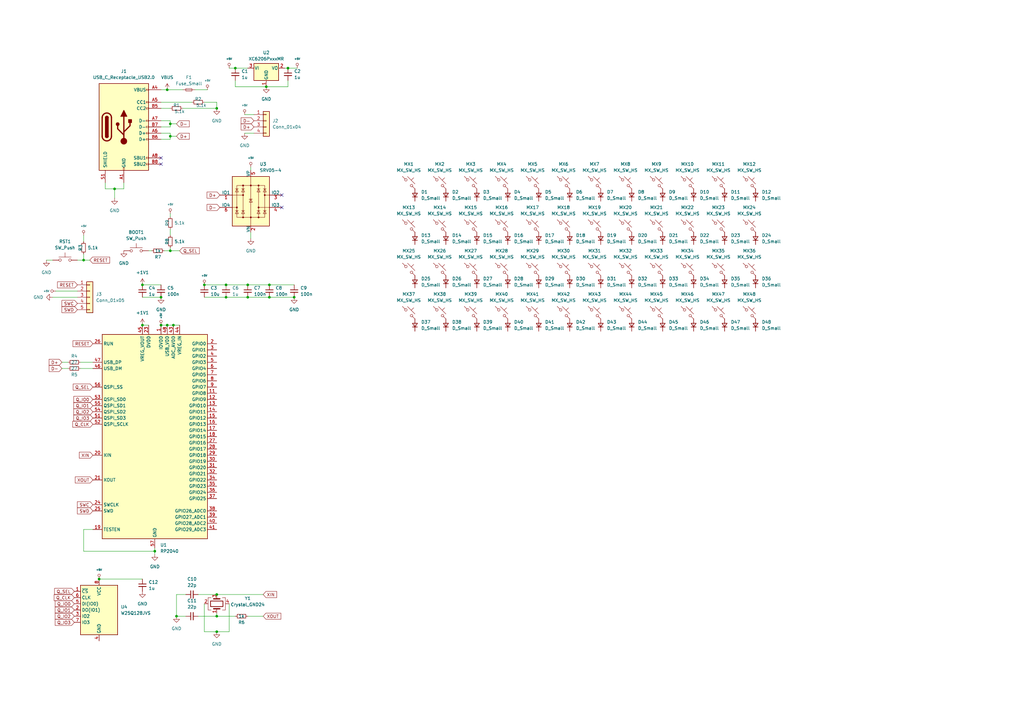
<source format=kicad_sch>
(kicad_sch (version 20230121) (generator eeschema)
  (paper "A3")
  (junction (at 88.9 259.08))
  (junction (at 88.9 243.84))
  (junction (at 68.58 133.35))
  (junction (at 68.58 36.83))
  (junction (at 109.22 35.56))
  (junction (at 96.52 27.94))
  (junction (at 71.12 133.35))
  (junction (at 88.9 44.45))
  (junction (at 40.64 237.49))
  (junction (at 83.82 116.84))
  (junction (at 69.85 50.8))
  (junction (at 110.49 121.92))
  (junction (at 63.5 226.06))
  (junction (at 92.71 116.84))
  (junction (at 58.42 116.84))
  (junction (at 34.29 106.68))
  (junction (at 69.85 102.87))
  (junction (at 110.49 116.84))
  (junction (at 101.6 116.84))
  (junction (at 66.04 121.92))
  (junction (at 58.42 133.35))
  (junction (at 120.65 121.92))
  (junction (at 72.39 252.73))
  (junction (at 118.11 27.94))
  (junction (at 101.6 121.92))
  (junction (at 88.9 252.73))
  (junction (at 92.71 121.92))
  (junction (at 69.85 55.88))
  (junction (at 66.04 133.35))
  (junction (at 46.99 77.47))
  (no_connect (at 66.04 67.31))
  (no_connect (at 66.04 64.77))
  (no_connect (at 115.57 85.09))
  (no_connect (at 115.57 80.01))
  (wire (pts (xy 100.33 54.61) (xy 104.14 54.61)))
  (wire (pts (xy 34.29 217.17) (xy 34.29 226.06)))
  (wire (pts (xy 68.58 133.35) (xy 71.12 133.35)))
  (wire (pts (xy 58.42 133.35) (xy 60.96 133.35)))
  (wire (pts (xy 80.01 36.83) (xy 85.09 36.83)))
  (wire (pts (xy 69.85 57.15) (xy 66.04 57.15)))
  (wire (pts (xy 88.9 44.45) (xy 88.9 41.91)))
  (wire (pts (xy 33.02 151.13) (xy 38.1 151.13)))
  (wire (pts (xy 72.39 50.8) (xy 69.85 50.8)))
  (wire (pts (xy 101.6 121.92) (xy 110.49 121.92)))
  (wire (pts (xy 69.85 87.63) (xy 69.85 88.9)))
  (wire (pts (xy 66.04 36.83) (xy 68.58 36.83)))
  (wire (pts (xy 73.66 102.87) (xy 69.85 102.87)))
  (wire (pts (xy 101.6 116.84) (xy 110.49 116.84)))
  (wire (pts (xy 46.99 81.28) (xy 46.99 77.47)))
  (wire (pts (xy 22.86 119.38) (xy 31.75 119.38)))
  (wire (pts (xy 25.4 148.59) (xy 27.94 148.59)))
  (wire (pts (xy 118.11 33.02) (xy 118.11 35.56)))
  (wire (pts (xy 46.99 77.47) (xy 50.8 77.47)))
  (wire (pts (xy 21.59 121.92) (xy 31.75 121.92)))
  (wire (pts (xy 43.18 74.93) (xy 43.18 77.47)))
  (wire (pts (xy 69.85 55.88) (xy 69.85 57.15)))
  (wire (pts (xy 74.93 44.45) (xy 88.9 44.45)))
  (wire (pts (xy 93.98 27.94) (xy 96.52 27.94)))
  (wire (pts (xy 76.2 243.84) (xy 72.39 243.84)))
  (wire (pts (xy 72.39 252.73) (xy 76.2 252.73)))
  (wire (pts (xy 118.11 27.94) (xy 121.92 27.94)))
  (wire (pts (xy 58.42 121.92) (xy 66.04 121.92)))
  (wire (pts (xy 83.82 121.92) (xy 92.71 121.92)))
  (wire (pts (xy 83.82 259.08) (xy 88.9 259.08)))
  (wire (pts (xy 63.5 226.06) (xy 63.5 224.79)))
  (wire (pts (xy 102.87 97.79) (xy 102.87 95.25)))
  (wire (pts (xy 50.8 77.47) (xy 50.8 74.93)))
  (wire (pts (xy 69.85 50.8) (xy 69.85 52.07)))
  (wire (pts (xy 36.83 106.68) (xy 34.29 106.68)))
  (wire (pts (xy 83.82 247.65) (xy 83.82 259.08)))
  (wire (pts (xy 40.64 237.49) (xy 58.42 237.49)))
  (wire (pts (xy 66.04 133.35) (xy 68.58 133.35)))
  (wire (pts (xy 34.29 104.14) (xy 34.29 106.68)))
  (wire (pts (xy 66.04 52.07) (xy 69.85 52.07)))
  (wire (pts (xy 68.58 36.83) (xy 74.93 36.83)))
  (wire (pts (xy 34.29 96.52) (xy 34.29 99.06)))
  (wire (pts (xy 19.05 106.68) (xy 21.59 106.68)))
  (wire (pts (xy 69.85 55.88) (xy 69.85 54.61)))
  (wire (pts (xy 118.11 35.56) (xy 109.22 35.56)))
  (wire (pts (xy 92.71 121.92) (xy 101.6 121.92)))
  (wire (pts (xy 88.9 252.73) (xy 96.52 252.73)))
  (wire (pts (xy 38.1 217.17) (xy 34.29 217.17)))
  (wire (pts (xy 33.02 148.59) (xy 38.1 148.59)))
  (wire (pts (xy 110.49 121.92) (xy 120.65 121.92)))
  (wire (pts (xy 88.9 251.46) (xy 88.9 252.73)))
  (wire (pts (xy 72.39 243.84) (xy 72.39 252.73)))
  (wire (pts (xy 25.4 151.13) (xy 27.94 151.13)))
  (wire (pts (xy 96.52 35.56) (xy 109.22 35.56)))
  (wire (pts (xy 72.39 55.88) (xy 69.85 55.88)))
  (wire (pts (xy 69.85 49.53) (xy 69.85 50.8)))
  (wire (pts (xy 71.12 133.35) (xy 73.66 133.35)))
  (wire (pts (xy 43.18 77.47) (xy 46.99 77.47)))
  (wire (pts (xy 96.52 33.02) (xy 96.52 35.56)))
  (wire (pts (xy 110.49 116.84) (xy 120.65 116.84)))
  (wire (pts (xy 116.84 27.94) (xy 118.11 27.94)))
  (wire (pts (xy 101.6 252.73) (xy 107.95 252.73)))
  (wire (pts (xy 69.85 101.6) (xy 69.85 102.87)))
  (wire (pts (xy 66.04 49.53) (xy 69.85 49.53)))
  (wire (pts (xy 83.82 116.84) (xy 92.71 116.84)))
  (wire (pts (xy 88.9 243.84) (xy 107.95 243.84)))
  (wire (pts (xy 93.98 259.08) (xy 93.98 247.65)))
  (wire (pts (xy 66.04 44.45) (xy 69.85 44.45)))
  (wire (pts (xy 83.82 41.91) (xy 88.9 41.91)))
  (wire (pts (xy 69.85 93.98) (xy 69.85 96.52)))
  (wire (pts (xy 34.29 106.68) (xy 31.75 106.68)))
  (wire (pts (xy 92.71 116.84) (xy 101.6 116.84)))
  (wire (pts (xy 58.42 116.84) (xy 66.04 116.84)))
  (wire (pts (xy 69.85 102.87) (xy 67.31 102.87)))
  (wire (pts (xy 96.52 27.94) (xy 101.6 27.94)))
  (wire (pts (xy 66.04 41.91) (xy 78.74 41.91)))
  (wire (pts (xy 81.28 252.73) (xy 88.9 252.73)))
  (wire (pts (xy 62.23 102.87) (xy 60.96 102.87)))
  (wire (pts (xy 102.87 68.58) (xy 102.87 69.85)))
  (wire (pts (xy 88.9 259.08) (xy 93.98 259.08)))
  (wire (pts (xy 63.5 227.33) (xy 63.5 226.06)))
  (wire (pts (xy 66.04 54.61) (xy 69.85 54.61)))
  (wire (pts (xy 34.29 226.06) (xy 63.5 226.06)))
  (wire (pts (xy 100.33 46.99) (xy 104.14 46.99)))
  (wire (pts (xy 81.28 243.84) (xy 88.9 243.84)))
  (global_label "Q_IO1" (shape input) (at 30.48 250.19 180) (property "Intersheetrefs" "${INTERSHEET_REFS}" (effects hide)))
  (global_label "D+" (shape input) (at 72.39 55.88 0) (property "Intersheetrefs" "${INTERSHEET_REFS}" (effects hide)))
  (global_label "Q_CLK" (shape input) (at 30.48 245.11 180) (property "Intersheetrefs" "${INTERSHEET_REFS}" (effects hide)))
  (global_label "Q_SEL" (shape input) (at 38.1 158.75 180) (property "Intersheetrefs" "${INTERSHEET_REFS}" (effects hide)))
  (global_label "Q_IO2" (shape input) (at 30.48 252.73 180) (property "Intersheetrefs" "${INTERSHEET_REFS}" (effects hide)))
  (global_label "D-" (shape input) (at 72.39 50.8 0) (property "Intersheetrefs" "${INTERSHEET_REFS}" (effects hide)))
  (global_label "Q_SEL" (shape input) (at 30.48 242.57 180) (property "Intersheetrefs" "${INTERSHEET_REFS}" (effects hide)))
  (global_label "Q_IO2" (shape input) (at 38.1 168.91 180) (property "Intersheetrefs" "${INTERSHEET_REFS}" (effects hide)))
  (global_label "D-" (shape input) (at 104.14 49.53 180) (property "Intersheetrefs" "${INTERSHEET_REFS}" (effects hide)))
  (global_label "XIN" (shape input) (at 38.1 186.69 180) (property "Intersheetrefs" "${INTERSHEET_REFS}" (effects hide)))
  (global_label "XOUT" (shape input) (at 38.1 196.85 180) (property "Intersheetrefs" "${INTERSHEET_REFS}" (effects hide)))
  (global_label "SWC" (shape input) (at 38.1 207.01 180) (property "Intersheetrefs" "${INTERSHEET_REFS}" (effects hide)))
  (global_label "Q_IO1" (shape input) (at 38.1 166.37 180) (property "Intersheetrefs" "${INTERSHEET_REFS}" (effects hide)))
  (global_label "D-" (shape input) (at 90.17 85.09 180) (property "Intersheetrefs" "${INTERSHEET_REFS}" (effects hide)))
  (global_label "Q_IO0" (shape input) (at 30.48 247.65 180) (property "Intersheetrefs" "${INTERSHEET_REFS}" (effects hide)))
  (global_label "RESET" (shape input) (at 36.83 106.68 0) (property "Intersheetrefs" "${INTERSHEET_REFS}" (effects hide)))
  (global_label "Q_IO3" (shape input) (at 38.1 171.45 180) (property "Intersheetrefs" "${INTERSHEET_REFS}" (effects hide)))
  (global_label "RESET" (shape input) (at 38.1 140.97 180) (property "Intersheetrefs" "${INTERSHEET_REFS}" (effects hide)))
  (global_label "XOUT" (shape input) (at 107.95 252.73 0) (property "Intersheetrefs" "${INTERSHEET_REFS}" (effects hide)))
  (global_label "SWC" (shape input) (at 31.75 124.46 180) (property "Intersheetrefs" "${INTERSHEET_REFS}" (effects hide)))
  (global_label "D+" (shape input) (at 104.14 52.07 180) (property "Intersheetrefs" "${INTERSHEET_REFS}" (effects hide)))
  (global_label "Q_IO0" (shape input) (at 38.1 163.83 180) (property "Intersheetrefs" "${INTERSHEET_REFS}" (effects hide)))
  (global_label "D-" (shape input) (at 25.4 151.13 180) (property "Intersheetrefs" "${INTERSHEET_REFS}" (effects hide)))
  (global_label "SWD" (shape input) (at 31.75 127 180) (property "Intersheetrefs" "${INTERSHEET_REFS}" (effects hide)))
  (global_label "XIN" (shape input) (at 107.95 243.84 0) (property "Intersheetrefs" "${INTERSHEET_REFS}" (effects hide)))
  (global_label "RESET" (shape input) (at 31.75 116.84 180) (property "Intersheetrefs" "${INTERSHEET_REFS}" (effects hide)))
  (global_label "Q_CLK" (shape input) (at 38.1 173.99 180) (property "Intersheetrefs" "${INTERSHEET_REFS}" (effects hide)))
  (global_label "Q_SEL" (shape input) (at 73.66 102.87 0) (property "Intersheetrefs" "${INTERSHEET_REFS}" (effects hide)))
  (global_label "D+" (shape input) (at 90.17 80.01 180) (property "Intersheetrefs" "${INTERSHEET_REFS}" (effects hide)))
  (global_label "D+" (shape input) (at 25.4 148.59 180) (property "Intersheetrefs" "${INTERSHEET_REFS}" (effects hide)))
  (global_label "SWD" (shape input) (at 38.1 209.55 180) (property "Intersheetrefs" "${INTERSHEET_REFS}" (effects hide)))
  (global_label "Q_IO3" (shape input) (at 30.48 255.27 180) (property "Intersheetrefs" "${INTERSHEET_REFS}" (effects hide)))
  (symbol (lib_id "Device:D_Small") (at 220.98 80.01 90) (unit 1)
    (property "Reference" "D5" (at 223.52 78.74 90) (effects (justify right)))
    (property "Value" "D_Small" (at 223.52 81.28 90) (effects (justify right)))
    (property "Footprint" "Diode_SMD:D_SOD-123" (effects hide))
    (property "Sim.Device" "D" (effects hide))
    (property "Sim.Pins" "1=K 2=A" (effects hide))
  )
  (symbol (lib_id "Device:D_Small") (at 170.18 97.79 90) (unit 1)
    (property "Reference" "D13" (at 172.72 96.52 90) (effects (justify right)))
    (property "Value" "D_Small" (at 172.72 99.06 90) (effects (justify right)))
    (property "Footprint" "Diode_SMD:D_SOD-123" (effects hide))
    (property "Sim.Device" "D" (effects hide))
    (property "Sim.Pins" "1=K 2=A" (effects hide))
  )
  (symbol (lib_id "PCM_marbastlib-mx:MX_SW_HS") (at 243.84 110.49 0) (unit 1)
    (property "Reference" "MX31" (at 243.84 102.87 0))
    (property "Value" "MX_SW_HS" (at 243.84 105.41 0))
    (property "Footprint" "PCM_marbastlib-mx:SW_MX_HS_1u" (effects hide))
  )
  (symbol (lib_id "Device:C_Small") (at 101.6 119.38 0) (unit 1)
    (property "Reference" "C7" (at 104.14 118.1163 0) (effects (justify left)))
    (property "Value" "100n" (at 104.14 120.6563 0) (effects (justify left)))
    (property "Footprint" "Capacitor_SMD:C_0402_1005Metric" (effects hide))
  )
  (symbol (lib_id "Device:C_Small") (at 96.52 30.48 0) (unit 1)
    (property "Reference" "C1" (at 99.06 29.2163 0) (effects (justify left)))
    (property "Value" "1u" (at 99.06 31.7563 0) (effects (justify left)))
    (property "Footprint" "Capacitor_SMD:C_0402_1005Metric" (effects hide))
  )
  (symbol (lib_id "Device:C_Small") (at 58.42 240.03 0) (unit 1)
    (property "Reference" "C12" (at 60.96 238.7663 0) (effects (justify left)))
    (property "Value" "1u" (at 60.96 241.3063 0) (effects (justify left)))
    (property "Footprint" "Capacitor_SMD:C_0402_1005Metric" (effects hide))
  )
  (symbol (lib_id "power:GND") (at 63.5 227.33 0) (unit 1)
    (property "Reference" "#PWR020" (effects hide))
    (property "Value" "GND" (at 63.5 232.41 0))
  )
  (symbol (lib_id "Device:D_Small") (at 220.98 115.57 90) (unit 1)
    (property "Reference" "D29" (at 223.52 114.3 90) (effects (justify right)))
    (property "Value" "D_Small" (at 223.52 116.84 90) (effects (justify right)))
    (property "Footprint" "Diode_SMD:D_SOD-123" (effects hide))
    (property "Sim.Device" "D" (effects hide))
    (property "Sim.Pins" "1=K 2=A" (effects hide))
  )
  (symbol (lib_id "Device:D_Small") (at 208.28 133.35 90) (unit 1)
    (property "Reference" "D40" (at 210.82 132.08 90) (effects (justify right)))
    (property "Value" "D_Small" (at 210.82 134.62 90) (effects (justify right)))
    (property "Footprint" "Diode_SMD:D_SOD-123" (effects hide))
    (property "Sim.Device" "D" (effects hide))
    (property "Sim.Pins" "1=K 2=A" (effects hide))
  )
  (symbol (lib_id "PCM_marbastlib-mx:MX_SW_HS") (at 269.24 128.27 0) (unit 1)
    (property "Reference" "MX45" (at 269.24 120.65 0))
    (property "Value" "MX_SW_HS" (at 269.24 123.19 0))
    (property "Footprint" "PCM_marbastlib-mx:SW_MX_HS_1u" (effects hide))
  )
  (symbol (lib_id "keyboard_parts:+3V3") (at 34.29 96.52 0) (unit 1)
    (property "Reference" "#PWR018" (effects hide))
    (property "Value" "+3V3" (at 34.29 92.71 0) (effects (font (size 0.762 0.762))))
  )
  (symbol (lib_id "PCM_marbastlib-mx:MX_SW_HS") (at 307.34 92.71 0) (unit 1)
    (property "Reference" "MX24" (at 307.34 85.09 0))
    (property "Value" "MX_SW_HS" (at 307.34 87.63 0))
    (property "Footprint" "PCM_marbastlib-mx:SW_MX_HS_1u" (effects hide))
  )
  (symbol (lib_id "Device:D_Small") (at 309.88 115.57 90) (unit 1)
    (property "Reference" "D36" (at 312.42 114.3 90) (effects (justify right)))
    (property "Value" "D_Small" (at 312.42 116.84 90) (effects (justify right)))
    (property "Footprint" "Diode_SMD:D_SOD-123" (effects hide))
    (property "Sim.Device" "D" (effects hide))
    (property "Sim.Pins" "1=K 2=A" (effects hide))
  )
  (symbol (lib_id "keyboard_parts:+5V") (at 93.98 27.94 0) (unit 1)
    (property "Reference" "#PWR04" (effects hide))
    (property "Value" "+5V" (at 93.98 24.13 0) (effects (font (size 0.762 0.762))))
  )
  (symbol (lib_id "Memory_Flash:W25Q128JVS") (at 40.64 250.19 0) (unit 1)
    (property "Reference" "U4" (at 49.53 248.92 0) (effects (justify left)))
    (property "Value" "W25Q128JVS" (at 49.53 251.46 0) (effects (justify left)))
    (property "Footprint" "Package_SO:SOIC-8_5.23x5.23mm_P1.27mm" (effects hide))
    (property "Datasheet" "http://www.winbond.com/resource-files/w25q128jv_dtr%20revc%2003272018%20plus.pdf" (effects hide))
  )
  (symbol (lib_id "Device:D_Small") (at 271.78 97.79 90) (unit 1)
    (property "Reference" "D21" (at 274.32 96.52 90) (effects (justify right)))
    (property "Value" "D_Small" (at 274.32 99.06 90) (effects (justify right)))
    (property "Footprint" "Diode_SMD:D_SOD-123" (effects hide))
    (property "Sim.Device" "D" (effects hide))
    (property "Sim.Pins" "1=K 2=A" (effects hide))
  )
  (symbol (lib_id "Device:D_Small") (at 271.78 115.57 90) (unit 1)
    (property "Reference" "D33" (at 274.32 114.3 90) (effects (justify right)))
    (property "Value" "D_Small" (at 274.32 116.84 90) (effects (justify right)))
    (property "Footprint" "Diode_SMD:D_SOD-123" (effects hide))
    (property "Sim.Device" "D" (effects hide))
    (property "Sim.Pins" "1=K 2=A" (effects hide))
  )
  (symbol (lib_id "PCM_marbastlib-mx:MX_SW_HS") (at 231.14 110.49 0) (unit 1)
    (property "Reference" "MX30" (at 231.14 102.87 0))
    (property "Value" "MX_SW_HS" (at 231.14 105.41 0))
    (property "Footprint" "PCM_marbastlib-mx:SW_MX_HS_1u" (effects hide))
  )
  (symbol (lib_id "Device:D_Small") (at 259.08 80.01 90) (unit 1)
    (property "Reference" "D8" (at 261.62 78.74 90) (effects (justify right)))
    (property "Value" "D_Small" (at 261.62 81.28 90) (effects (justify right)))
    (property "Footprint" "Diode_SMD:D_SOD-123" (effects hide))
    (property "Sim.Device" "D" (effects hide))
    (property "Sim.Pins" "1=K 2=A" (effects hide))
  )
  (symbol (lib_id "Device:C_Small") (at 92.71 119.38 0) (unit 1)
    (property "Reference" "C6" (at 95.25 118.1163 0) (effects (justify left)))
    (property "Value" "1u" (at 95.25 120.6563 0) (effects (justify left)))
    (property "Footprint" "Capacitor_SMD:C_0402_1005Metric" (effects hide))
  )
  (symbol (lib_id "PCM_marbastlib-mx:MX_SW_HS") (at 281.94 110.49 0) (unit 1)
    (property "Reference" "MX34" (at 281.94 102.87 0))
    (property "Value" "MX_SW_HS" (at 281.94 105.41 0))
    (property "Footprint" "PCM_marbastlib-mx:SW_MX_HS_1u" (effects hide))
  )
  (symbol (lib_id "Device:R_Small") (at 69.85 91.44 180) (unit 1)
    (property "Reference" "R9" (at 68.58 91.44 90))
    (property "Value" "5.1k" (at 73.66 91.44 0))
    (property "Footprint" "Resistor_SMD:R_0402_1005Metric" (effects hide))
  )
  (symbol (lib_id "Device:C_Small") (at 118.11 30.48 0) (unit 1)
    (property "Reference" "C2" (at 120.65 29.2163 0) (effects (justify left)))
    (property "Value" "1u" (at 120.65 31.7563 0) (effects (justify left)))
    (property "Footprint" "Capacitor_SMD:C_0402_1005Metric" (effects hide))
  )
  (symbol (lib_id "Device:D_Small") (at 220.98 133.35 90) (unit 1)
    (property "Reference" "D41" (at 223.52 132.08 90) (effects (justify right)))
    (property "Value" "D_Small" (at 223.52 134.62 90) (effects (justify right)))
    (property "Footprint" "Diode_SMD:D_SOD-123" (effects hide))
    (property "Sim.Device" "D" (effects hide))
    (property "Sim.Pins" "1=K 2=A" (effects hide))
  )
  (symbol (lib_id "PCM_marbastlib-mx:MX_SW_HS") (at 269.24 74.93 0) (unit 1)
    (property "Reference" "MX9" (at 269.24 67.31 0))
    (property "Value" "MX_SW_HS" (at 269.24 69.85 0))
    (property "Footprint" "PCM_marbastlib-mx:SW_MX_HS_1u" (effects hide))
  )
  (symbol (lib_id "Device:R_Small") (at 34.29 101.6 180) (unit 1)
    (property "Reference" "R3" (at 33.02 101.6 90))
    (property "Value" "5.1k" (at 38.1 101.6 0))
    (property "Footprint" "Resistor_SMD:R_0402_1005Metric" (effects hide))
  )
  (symbol (lib_id "power:GND") (at 46.99 81.28 0) (unit 1)
    (property "Reference" "#PWR08" (effects hide))
    (property "Value" "GND" (at 46.99 86.36 0))
  )
  (symbol (lib_id "PCM_marbastlib-mx:MX_SW_HS") (at 218.44 110.49 0) (unit 1)
    (property "Reference" "MX29" (at 218.44 102.87 0))
    (property "Value" "MX_SW_HS" (at 218.44 105.41 0))
    (property "Footprint" "PCM_marbastlib-mx:SW_MX_HS_1u" (effects hide))
  )
  (symbol (lib_id "PCM_marbastlib-mx:MX_SW_HS") (at 307.34 110.49 0) (unit 1)
    (property "Reference" "MX36" (at 307.34 102.87 0))
    (property "Value" "MX_SW_HS" (at 307.34 105.41 0))
    (property "Footprint" "PCM_marbastlib-mx:SW_MX_HS_1u" (effects hide))
  )
  (symbol (lib_id "power:GND") (at 19.05 106.68 0) (unit 1)
    (property "Reference" "#PWR019" (effects hide))
    (property "Value" "GND" (at 19.05 111.76 0))
  )
  (symbol (lib_id "PCM_marbastlib-mx:MX_SW_HS") (at 307.34 74.93 0) (unit 1)
    (property "Reference" "MX12" (at 307.34 67.31 0))
    (property "Value" "MX_SW_HS" (at 307.34 69.85 0))
    (property "Footprint" "PCM_marbastlib-mx:SW_MX_HS_1u" (effects hide))
  )
  (symbol (lib_id "Device:R_Small") (at 81.28 41.91 90) (unit 1)
    (property "Reference" "R2" (at 81.28 40.64 90))
    (property "Value" "5.1k" (at 82.55 43.18 90))
    (property "Footprint" "Resistor_SMD:R_0402_1005Metric" (effects hide))
  )
  (symbol (lib_id "MCU_RaspberryPi:RP2040") (at 63.5 179.07 0) (unit 1)
    (property "Reference" "U1" (at 65.6941 223.52 0) (effects (justify left)))
    (property "Value" "RP2040" (at 65.6941 226.06 0) (effects (justify left)))
    (property "Footprint" "Package_DFN_QFN:QFN-56-1EP_7x7mm_P0.4mm_EP3.2x3.2mm" (effects hide))
    (property "Datasheet" "https://datasheets.raspberrypi.com/rp2040/rp2040-datasheet.pdf" (effects hide))
  )
  (symbol (lib_id "Device:D_Small") (at 284.48 115.57 90) (unit 1)
    (property "Reference" "D34" (at 287.02 114.3 90) (effects (justify right)))
    (property "Value" "D_Small" (at 287.02 116.84 90) (effects (justify right)))
    (property "Footprint" "Diode_SMD:D_SOD-123" (effects hide))
    (property "Sim.Device" "D" (effects hide))
    (property "Sim.Pins" "1=K 2=A" (effects hide))
  )
  (symbol (lib_id "PCM_marbastlib-mx:MX_SW_HS") (at 205.74 74.93 0) (unit 1)
    (property "Reference" "MX4" (at 205.74 67.31 0))
    (property "Value" "MX_SW_HS" (at 205.74 69.85 0))
    (property "Footprint" "PCM_marbastlib-mx:SW_MX_HS_1u" (effects hide))
  )
  (symbol (lib_id "PCM_marbastlib-mx:MX_SW_HS") (at 167.64 110.49 0) (unit 1)
    (property "Reference" "MX25" (at 167.64 102.87 0))
    (property "Value" "MX_SW_HS" (at 167.64 105.41 0))
    (property "Footprint" "PCM_marbastlib-mx:SW_MX_HS_1u" (effects hide))
  )
  (symbol (lib_id "Device:C_Small") (at 58.42 119.38 0) (unit 1)
    (property "Reference" "C4" (at 60.96 118.1163 0) (effects (justify left)))
    (property "Value" "1u" (at 60.96 120.6563 0) (effects (justify left)))
    (property "Footprint" "Capacitor_SMD:C_0402_1005Metric" (effects hide))
  )
  (symbol (lib_id "PCM_marbastlib-mx:MX_SW_HS") (at 231.14 128.27 0) (unit 1)
    (property "Reference" "MX42" (at 231.14 120.65 0))
    (property "Value" "MX_SW_HS" (at 231.14 123.19 0))
    (property "Footprint" "PCM_marbastlib-mx:SW_MX_HS_1u" (effects hide))
  )
  (symbol (lib_id "keyboard_parts:+3V3") (at 22.86 119.38 90) (unit 1)
    (property "Reference" "#PWR021" (effects hide))
    (property "Value" "+3V3" (at 19.05 119.38 90) (effects (font (size 0.762 0.762))))
  )
  (symbol (lib_id "PCM_marbastlib-mx:MX_SW_HS") (at 256.54 92.71 0) (unit 1)
    (property "Reference" "MX20" (at 256.54 85.09 0))
    (property "Value" "MX_SW_HS" (at 256.54 87.63 0))
    (property "Footprint" "PCM_marbastlib-mx:SW_MX_HS_1u" (effects hide))
  )
  (symbol (lib_id "keyboard_parts:+5V") (at 102.87 68.58 0) (unit 1)
    (property "Reference" "#PWR010" (effects hide))
    (property "Value" "+5V" (at 102.87 64.77 0) (effects (font (size 0.762 0.762))))
  )
  (symbol (lib_id "PCM_marbastlib-mx:MX_SW_HS") (at 205.74 92.71 0) (unit 1)
    (property "Reference" "MX16" (at 205.74 85.09 0))
    (property "Value" "MX_SW_HS" (at 205.74 87.63 0))
    (property "Footprint" "PCM_marbastlib-mx:SW_MX_HS_1u" (effects hide))
  )
  (symbol (lib_id "Switch:SW_Push") (at 26.67 106.68 0) (unit 1)
    (property "Reference" "RST1" (at 26.67 99.06 0))
    (property "Value" "SW_Push" (at 26.67 101.6 0))
    (property "Footprint" "Button_Switch_SMD:SW_SPST_TL3342" (effects hide))
  )
  (symbol (lib_id "power:GND") (at 100.33 54.61 0) (unit 1)
    (property "Reference" "#PWR07" (effects hide))
    (property "Value" "GND" (at 100.33 59.69 0))
  )
  (symbol (lib_id "Device:D_Small") (at 271.78 133.35 90) (unit 1)
    (property "Reference" "D45" (at 274.32 132.08 90) (effects (justify right)))
    (property "Value" "D_Small" (at 274.32 134.62 90) (effects (justify right)))
    (property "Footprint" "Diode_SMD:D_SOD-123" (effects hide))
    (property "Sim.Device" "D" (effects hide))
    (property "Sim.Pins" "1=K 2=A" (effects hide))
  )
  (symbol (lib_id "Device:Fuse_Small") (at 77.47 36.83 0) (unit 1)
    (property "Reference" "F1" (at 77.47 31.75 0))
    (property "Value" "Fuse_Small" (at 77.47 34.29 0))
    (property "Footprint" "Fuse:Fuse_1206_3216Metric" (effects hide))
  )
  (symbol (lib_id "Device:D_Small") (at 259.08 97.79 90) (unit 1)
    (property "Reference" "D20" (at 261.62 96.52 90) (effects (justify right)))
    (property "Value" "D_Small" (at 261.62 99.06 90) (effects (justify right)))
    (property "Footprint" "Diode_SMD:D_SOD-123" (effects hide))
    (property "Sim.Device" "D" (effects hide))
    (property "Sim.Pins" "1=K 2=A" (effects hide))
  )
  (symbol (lib_id "PCM_marbastlib-mx:MX_SW_HS") (at 281.94 128.27 0) (unit 1)
    (property "Reference" "MX46" (at 281.94 120.65 0))
    (property "Value" "MX_SW_HS" (at 281.94 123.19 0))
    (property "Footprint" "PCM_marbastlib-mx:SW_MX_HS_1u" (effects hide))
  )
  (symbol (lib_id "Device:D_Small") (at 233.68 80.01 90) (unit 1)
    (property "Reference" "D6" (at 236.22 78.74 90) (effects (justify right)))
    (property "Value" "D_Small" (at 236.22 81.28 90) (effects (justify right)))
    (property "Footprint" "Diode_SMD:D_SOD-123" (effects hide))
    (property "Sim.Device" "D" (effects hide))
    (property "Sim.Pins" "1=K 2=A" (effects hide))
  )
  (symbol (lib_id "Device:C_Small") (at 78.74 252.73 90) (unit 1)
    (property "Reference" "C11" (at 78.7463 246.38 90))
    (property "Value" "22p" (at 78.7463 248.92 90))
    (property "Footprint" "Capacitor_SMD:C_0402_1005Metric" (effects hide))
  )
  (symbol (lib_id "Device:D_Small") (at 182.88 133.35 90) (unit 1)
    (property "Reference" "D38" (at 185.42 132.08 90) (effects (justify right)))
    (property "Value" "D_Small" (at 185.42 134.62 90) (effects (justify right)))
    (property "Footprint" "Diode_SMD:D_SOD-123" (effects hide))
    (property "Sim.Device" "D" (effects hide))
    (property "Sim.Pins" "1=K 2=A" (effects hide))
  )
  (symbol (lib_id "PCM_marbastlib-mx:MX_SW_HS") (at 294.64 92.71 0) (unit 1)
    (property "Reference" "MX23" (at 294.64 85.09 0))
    (property "Value" "MX_SW_HS" (at 294.64 87.63 0))
    (property "Footprint" "PCM_marbastlib-mx:SW_MX_HS_1u" (effects hide))
  )
  (symbol (lib_id "power:GND") (at 120.65 121.92 0) (unit 1)
    (property "Reference" "#PWR017" (effects hide))
    (property "Value" "GND" (at 120.65 127 0))
  )
  (symbol (lib_id "Device:D_Small") (at 195.58 97.79 90) (unit 1)
    (property "Reference" "D15" (at 198.12 96.52 90) (effects (justify right)))
    (property "Value" "D_Small" (at 198.12 99.06 90) (effects (justify right)))
    (property "Footprint" "Diode_SMD:D_SOD-123" (effects hide))
    (property "Sim.Device" "D" (effects hide))
    (property "Sim.Pins" "1=K 2=A" (effects hide))
  )
  (symbol (lib_id "PCM_marbastlib-mx:MX_SW_HS") (at 193.04 74.93 0) (unit 1)
    (property "Reference" "MX3" (at 193.04 67.31 0))
    (property "Value" "MX_SW_HS" (at 193.04 69.85 0))
    (property "Footprint" "PCM_marbastlib-mx:SW_MX_HS_1u" (effects hide))
  )
  (symbol (lib_id "power:+1V1") (at 58.42 116.84 0) (unit 1)
    (property "Reference" "#PWR014" (effects hide))
    (property "Value" "+1V1" (at 58.42 111.76 0))
  )
  (symbol (lib_id "Device:D_Small") (at 195.58 80.01 90) (unit 1)
    (property "Reference" "D3" (at 198.12 78.74 90) (effects (justify right)))
    (property "Value" "D_Small" (at 198.12 81.28 90) (effects (justify right)))
    (property "Footprint" "Diode_SMD:D_SOD-123" (effects hide))
    (property "Sim.Device" "D" (effects hide))
    (property "Sim.Pins" "1=K 2=A" (effects hide))
  )
  (symbol (lib_id "Device:D_Small") (at 297.18 115.57 90) (unit 1)
    (property "Reference" "D35" (at 299.72 114.3 90) (effects (justify right)))
    (property "Value" "D_Small" (at 299.72 116.84 90) (effects (justify right)))
    (property "Footprint" "Diode_SMD:D_SOD-123" (effects hide))
    (property "Sim.Device" "D" (effects hide))
    (property "Sim.Pins" "1=K 2=A" (effects hide))
  )
  (symbol (lib_id "Device:D_Small") (at 170.18 115.57 90) (unit 1)
    (property "Reference" "D25" (at 172.72 114.3 90) (effects (justify right)))
    (property "Value" "D_Small" (at 172.72 116.84 90) (effects (justify right)))
    (property "Footprint" "Diode_SMD:D_SOD-123" (effects hide))
    (property "Sim.Device" "D" (effects hide))
    (property "Sim.Pins" "1=K 2=A" (effects hide))
  )
  (symbol (lib_id "Device:R_Small") (at 30.48 148.59 90) (unit 1)
    (property "Reference" "R4" (at 30.48 146.05 90))
    (property "Value" "27" (at 30.48 148.59 90))
    (property "Footprint" "Resistor_SMD:R_0402_1005Metric" (effects hide))
  )
  (symbol (lib_id "power:VBUS") (at 68.58 36.83 0) (unit 1)
    (property "Reference" "#PWR01" (effects hide))
    (property "Value" "VBUS" (at 68.58 31.75 0))
  )
  (symbol (lib_id "power:GND") (at 102.87 97.79 0) (unit 1)
    (property "Reference" "#PWR09" (effects hide))
    (property "Value" "GND" (at 102.87 102.87 0))
  )
  (symbol (lib_id "PCM_marbastlib-mx:MX_SW_HS") (at 180.34 74.93 0) (unit 1)
    (property "Reference" "MX2" (at 180.34 67.31 0))
    (property "Value" "MX_SW_HS" (at 180.34 69.85 0))
    (property "Footprint" "PCM_marbastlib-mx:SW_MX_HS_1u" (effects hide))
  )
  (symbol (lib_id "Device:D_Small") (at 246.38 80.01 90) (unit 1)
    (property "Reference" "D7" (at 248.92 78.74 90) (effects (justify right)))
    (property "Value" "D_Small" (at 248.92 81.28 90) (effects (justify right)))
    (property "Footprint" "Diode_SMD:D_SOD-123" (effects hide))
    (property "Sim.Device" "D" (effects hide))
    (property "Sim.Pins" "1=K 2=A" (effects hide))
  )
  (symbol (lib_id "Device:D_Small") (at 259.08 115.57 90) (unit 1)
    (property "Reference" "D32" (at 261.62 114.3 90) (effects (justify right)))
    (property "Value" "D_Small" (at 261.62 116.84 90) (effects (justify right)))
    (property "Footprint" "Diode_SMD:D_SOD-123" (effects hide))
    (property "Sim.Device" "D" (effects hide))
    (property "Sim.Pins" "1=K 2=A" (effects hide))
  )
  (symbol (lib_id "PCM_marbastlib-mx:MX_SW_HS") (at 205.74 128.27 0) (unit 1)
    (property "Reference" "MX40" (at 205.74 120.65 0))
    (property "Value" "MX_SW_HS" (at 205.74 123.19 0))
    (property "Footprint" "PCM_marbastlib-mx:SW_MX_HS_1u" (effects hide))
  )
  (symbol (lib_id "power:GND") (at 58.42 242.57 0) (unit 1)
    (property "Reference" "#PWR025" (effects hide))
    (property "Value" "GND" (at 58.42 247.65 0))
  )
  (symbol (lib_id "Switch:SW_Push") (at 55.88 102.87 0) (unit 1)
    (property "Reference" "BOOT1" (at 55.88 95.25 0))
    (property "Value" "SW_Push" (at 55.88 97.79 0))
    (property "Footprint" "Button_Switch_SMD:SW_SPST_TL3342" (effects hide))
  )
  (symbol (lib_id "Device:D_Small") (at 182.88 80.01 90) (unit 1)
    (property "Reference" "D2" (at 185.42 78.74 90) (effects (justify right)))
    (property "Value" "D_Small" (at 185.42 81.28 90) (effects (justify right)))
    (property "Footprint" "Diode_SMD:D_SOD-123" (effects hide))
    (property "Sim.Device" "D" (effects hide))
    (property "Sim.Pins" "1=K 2=A" (effects hide))
  )
  (symbol (lib_id "PCM_marbastlib-mx:MX_SW_HS") (at 281.94 92.71 0) (unit 1)
    (property "Reference" "MX22" (at 281.94 85.09 0))
    (property "Value" "MX_SW_HS" (at 281.94 87.63 0))
    (property "Footprint" "PCM_marbastlib-mx:SW_MX_HS_1u" (effects hide))
  )
  (symbol (lib_id "PCM_marbastlib-mx:MX_SW_HS") (at 256.54 128.27 0) (unit 1)
    (property "Reference" "MX44" (at 256.54 120.65 0))
    (property "Value" "MX_SW_HS" (at 256.54 123.19 0))
    (property "Footprint" "PCM_marbastlib-mx:SW_MX_HS_1u" (effects hide))
  )
  (symbol (lib_id "PCM_marbastlib-mx:MX_SW_HS") (at 218.44 92.71 0) (unit 1)
    (property "Reference" "MX17" (at 218.44 85.09 0))
    (property "Value" "MX_SW_HS" (at 218.44 87.63 0))
    (property "Footprint" "PCM_marbastlib-mx:SW_MX_HS_1u" (effects hide))
  )
  (symbol (lib_id "Device:D_Small") (at 220.98 97.79 90) (unit 1)
    (property "Reference" "D17" (at 223.52 96.52 90) (effects (justify right)))
    (property "Value" "D_Small" (at 223.52 99.06 90) (effects (justify right)))
    (property "Footprint" "Diode_SMD:D_SOD-123" (effects hide))
    (property "Sim.Device" "D" (effects hide))
    (property "Sim.Pins" "1=K 2=A" (effects hide))
  )
  (symbol (lib_id "keyboard_parts:+5V") (at 100.33 46.99 0) (unit 1)
    (property "Reference" "#PWR02" (effects hide))
    (property "Value" "+5V" (at 100.33 43.18 0) (effects (font (size 0.762 0.762))))
  )
  (symbol (lib_id "Connector:USB_C_Receptacle_USB2.0") (at 50.8 52.07 0) (unit 1)
    (property "Reference" "J1" (at 50.8 29.21 0))
    (property "Value" "USB_C_Receptacle_USB2.0" (at 50.8 31.75 0))
    (property "Footprint" "Connector_USB:USB_C_Receptacle_HRO_TYPE-C-31-M-12" (effects hide))
    (property "Datasheet" "https://www.usb.org/sites/default/files/documents/usb_type-c.zip" (effects hide))
  )
  (symbol (lib_id "Device:D_Small") (at 271.78 80.01 90) (unit 1)
    (property "Reference" "D9" (at 274.32 78.74 90) (effects (justify right)))
    (property "Value" "D_Small" (at 274.32 81.28 90) (effects (justify right)))
    (property "Footprint" "Diode_SMD:D_SOD-123" (effects hide))
    (property "Sim.Device" "D" (effects hide))
    (property "Sim.Pins" "1=K 2=A" (effects hide))
  )
  (symbol (lib_id "Device:D_Small") (at 259.08 133.35 90) (unit 1)
    (property "Reference" "D44" (at 261.62 132.08 90) (effects (justify right)))
    (property "Value" "D_Small" (at 261.62 134.62 90) (effects (justify right)))
    (property "Footprint" "Diode_SMD:D_SOD-123" (effects hide))
    (property "Sim.Device" "D" (effects hide))
    (property "Sim.Pins" "1=K 2=A" (effects hide))
  )
  (symbol (lib_id "keyboard_parts:+3V3") (at 66.04 133.35 0) (unit 1)
    (property "Reference" "#PWR012" (effects hide))
    (property "Value" "+3V3" (at 66.04 129.54 90) (effects (font (size 0.762 0.762))))
  )
  (symbol (lib_id "PCM_marbastlib-mx:MX_SW_HS") (at 294.64 128.27 0) (unit 1)
    (property "Reference" "MX47" (at 294.64 120.65 0))
    (property "Value" "MX_SW_HS" (at 294.64 123.19 0))
    (property "Footprint" "PCM_marbastlib-mx:SW_MX_HS_1u" (effects hide))
  )
  (symbol (lib_id "Device:D_Small") (at 297.18 97.79 90) (unit 1)
    (property "Reference" "D23" (at 299.72 96.52 90) (effects (justify right)))
    (property "Value" "D_Small" (at 299.72 99.06 90) (effects (justify right)))
    (property "Footprint" "Diode_SMD:D_SOD-123" (effects hide))
    (property "Sim.Device" "D" (effects hide))
    (property "Sim.Pins" "1=K 2=A" (effects hide))
  )
  (symbol (lib_id "power:+1V1") (at 58.42 133.35 0) (unit 1)
    (property "Reference" "#PWR013" (effects hide))
    (property "Value" "+1V1" (at 58.42 128.27 0))
  )
  (symbol (lib_id "Device:D_Small") (at 182.88 115.57 90) (unit 1)
    (property "Reference" "D26" (at 185.42 114.3 90) (effects (justify right)))
    (property "Value" "D_Small" (at 185.42 116.84 90) (effects (justify right)))
    (property "Footprint" "Diode_SMD:D_SOD-123" (effects hide))
    (property "Sim.Device" "D" (effects hide))
    (property "Sim.Pins" "1=K 2=A" (effects hide))
  )
  (symbol (lib_id "PCM_marbastlib-mx:MX_SW_HS") (at 193.04 128.27 0) (unit 1)
    (property "Reference" "MX39" (at 193.04 120.65 0))
    (property "Value" "MX_SW_HS" (at 193.04 123.19 0))
    (property "Footprint" "PCM_marbastlib-mx:SW_MX_HS_1u" (effects hide))
  )
  (symbol (lib_id "Device:C_Small") (at 83.82 119.38 0) (unit 1)
    (property "Reference" "C3" (at 86.36 118.1163 0) (effects (justify left)))
    (property "Value" "10u" (at 86.36 120.6563 0) (effects (justify left)))
    (property "Footprint" "Capacitor_SMD:C_0603_1608Metric" (effects hide))
  )
  (symbol (lib_id "Device:D_Small") (at 195.58 115.57 90) (unit 1)
    (property "Reference" "D27" (at 198.12 114.3 90) (effects (justify right)))
    (property "Value" "D_Small" (at 198.12 116.84 90) (effects (justify right)))
    (property "Footprint" "Diode_SMD:D_SOD-123" (effects hide))
    (property "Sim.Device" "D" (effects hide))
    (property "Sim.Pins" "1=K 2=A" (effects hide))
  )
  (symbol (lib_id "Device:D_Small") (at 284.48 97.79 90) (unit 1)
    (property "Reference" "D22" (at 287.02 96.52 90) (effects (justify right)))
    (property "Value" "D_Small" (at 287.02 99.06 90) (effects (justify right)))
    (property "Footprint" "Diode_SMD:D_SOD-123" (effects hide))
    (property "Sim.Device" "D" (effects hide))
    (property "Sim.Pins" "1=K 2=A" (effects hide))
  )
  (symbol (lib_id "PCM_marbastlib-mx:MX_SW_HS") (at 307.34 128.27 0) (unit 1)
    (property "Reference" "MX48" (at 307.34 120.65 0))
    (property "Value" "MX_SW_HS" (at 307.34 123.19 0))
    (property "Footprint" "PCM_marbastlib-mx:SW_MX_HS_1u" (effects hide))
  )
  (symbol (lib_id "Device:C_Small") (at 66.04 119.38 0) (unit 1)
    (property "Reference" "C5" (at 68.58 118.1163 0) (effects (justify left)))
    (property "Value" "100n" (at 68.58 120.6563 0) (effects (justify left)))
    (property "Footprint" "Capacitor_SMD:C_0402_1005Metric" (effects hide))
  )
  (symbol (lib_id "power:GND") (at 72.39 252.73 0) (unit 1)
    (property "Reference" "#PWR024" (effects hide))
    (property "Value" "GND" (at 72.39 257.81 0))
  )
  (symbol (lib_id "keyboard_parts:+3V3") (at 69.85 87.63 0) (unit 1)
    (property "Reference" "#PWR028" (effects hide))
    (property "Value" "+3V3" (at 69.85 83.82 0) (effects (font (size 0.762 0.762))))
  )
  (symbol (lib_id "PCM_marbastlib-mx:MX_SW_HS") (at 269.24 92.71 0) (unit 1)
    (property "Reference" "MX21" (at 269.24 85.09 0))
    (property "Value" "MX_SW_HS" (at 269.24 87.63 0))
    (property "Footprint" "PCM_marbastlib-mx:SW_MX_HS_1u" (effects hide))
  )
  (symbol (lib_id "Device:D_Small") (at 233.68 133.35 90) (unit 1)
    (property "Reference" "D42" (at 236.22 132.08 90) (effects (justify right)))
    (property "Value" "D_Small" (at 236.22 134.62 90) (effects (justify right)))
    (property "Footprint" "Diode_SMD:D_SOD-123" (effects hide))
    (property "Sim.Device" "D" (effects hide))
    (property "Sim.Pins" "1=K 2=A" (effects hide))
  )
  (symbol (lib_id "PCM_marbastlib-mx:MX_SW_HS") (at 269.24 110.49 0) (unit 1)
    (property "Reference" "MX33" (at 269.24 102.87 0))
    (property "Value" "MX_SW_HS" (at 269.24 105.41 0))
    (property "Footprint" "PCM_marbastlib-mx:SW_MX_HS_1u" (effects hide))
  )
  (symbol (lib_id "Device:Crystal_GND24") (at 88.9 247.65 90) (unit 1)
    (property "Reference" "Y1" (at 101.6 245.4341 90))
    (property "Value" "Crystal_GND24" (at 101.6 247.9741 90))
    (property "Footprint" "Crystal:Crystal_SMD_Abracon_ABM3B-4Pin_5.0x3.2mm" (effects hide))
  )
  (symbol (lib_id "Device:D_Small") (at 309.88 133.35 90) (unit 1)
    (property "Reference" "D48" (at 312.42 132.08 90) (effects (justify right)))
    (property "Value" "D_Small" (at 312.42 134.62 90) (effects (justify right)))
    (property "Footprint" "Diode_SMD:D_SOD-123" (effects hide))
    (property "Sim.Device" "D" (effects hide))
    (property "Sim.Pins" "1=K 2=A" (effects hide))
  )
  (symbol (lib_id "Device:D_Small") (at 170.18 80.01 90) (unit 1)
    (property "Reference" "D1" (at 172.72 78.74 90) (effects (justify right)))
    (property "Value" "D_Small" (at 172.72 81.28 90) (effects (justify right)))
    (property "Footprint" "Diode_SMD:D_SOD-123" (effects hide))
    (property "Sim.Device" "D" (effects hide))
    (property "Sim.Pins" "1=K 2=A" (effects hide))
  )
  (symbol (lib_id "PCM_marbastlib-mx:MX_SW_HS") (at 180.34 110.49 0) (unit 1)
    (property "Reference" "MX26" (at 180.34 102.87 0))
    (property "Value" "MX_SW_HS" (at 180.34 105.41 0))
    (property "Footprint" "PCM_marbastlib-mx:SW_MX_HS_1u" (effects hide))
  )
  (symbol (lib_id "PCM_marbastlib-mx:MX_SW_HS") (at 294.64 74.93 0) (unit 1)
    (property "Reference" "MX11" (at 294.64 67.31 0))
    (property "Value" "MX_SW_HS" (at 294.64 69.85 0))
    (property "Footprint" "PCM_marbastlib-mx:SW_MX_HS_1u" (effects hide))
  )
  (symbol (lib_id "power:GND") (at 109.22 35.56 0) (unit 1)
    (property "Reference" "#PWR06" (effects hide))
    (property "Value" "GND" (at 109.22 40.64 0))
  )
  (symbol (lib_id "keyboard_parts:+3V3") (at 83.82 116.84 0) (unit 1)
    (property "Reference" "#PWR015" (effects hide))
    (property "Value" "+3V3" (at 83.82 113.03 0) (effects (font (size 0.762 0.762))))
  )
  (symbol (lib_id "PCM_marbastlib-mx:MX_SW_HS") (at 243.84 128.27 0) (unit 1)
    (property "Reference" "MX43" (at 243.84 120.65 0))
    (property "Value" "MX_SW_HS" (at 243.84 123.19 0))
    (property "Footprint" "PCM_marbastlib-mx:SW_MX_HS_1u" (effects hide))
  )
  (symbol (lib_id "Device:R_Small") (at 64.77 102.87 90) (unit 1)
    (property "Reference" "R7" (at 64.77 105.41 90))
    (property "Value" "1k" (at 64.77 102.87 90))
    (property "Footprint" "Resistor_SMD:R_0402_1005Metric" (effects hide))
  )
  (symbol (lib_id "Device:R_Small") (at 72.39 44.45 90) (unit 1)
    (property "Reference" "R1" (at 72.39 43.18 90))
    (property "Value" "5.1k" (at 73.66 45.72 90))
    (property "Footprint" "Resistor_SMD:R_0402_1005Metric" (effects hide))
  )
  (symbol (lib_id "Device:D_Small") (at 246.38 133.35 90) (unit 1)
    (property "Reference" "D43" (at 248.92 132.08 90) (effects (justify right)))
    (property "Value" "D_Small" (at 248.92 134.62 90) (effects (justify right)))
    (property "Footprint" "Diode_SMD:D_SOD-123" (effects hide))
    (property "Sim.Device" "D" (effects hide))
    (property "Sim.Pins" "1=K 2=A" (effects hide))
  )
  (symbol (lib_id "PCM_marbastlib-mx:MX_SW_HS") (at 256.54 110.49 0) (unit 1)
    (property "Reference" "MX32" (at 256.54 102.87 0))
    (property "Value" "MX_SW_HS" (at 256.54 105.41 0))
    (property "Footprint" "PCM_marbastlib-mx:SW_MX_HS_1u" (effects hide))
  )
  (symbol (lib_id "keyboard_parts:+5V") (at 85.09 36.83 0) (unit 1)
    (property "Reference" "#PWR03" (effects hide))
    (property "Value" "+5V" (at 85.09 33.02 0) (effects (font (size 0.762 0.762))))
  )
  (symbol (lib_id "PCM_marbastlib-mx:MX_SW_HS") (at 256.54 74.93 0) (unit 1)
    (property "Reference" "MX8" (at 256.54 67.31 0))
    (property "Value" "MX_SW_HS" (at 256.54 69.85 0))
    (property "Footprint" "PCM_marbastlib-mx:SW_MX_HS_1u" (effects hide))
  )
  (symbol (lib_id "Device:D_Small") (at 297.18 80.01 90) (unit 1)
    (property "Reference" "D11" (at 299.72 78.74 90) (effects (justify right)))
    (property "Value" "D_Small" (at 299.72 81.28 90) (effects (justify right)))
    (property "Footprint" "Diode_SMD:D_SOD-123" (effects hide))
    (property "Sim.Device" "D" (effects hide))
    (property "Sim.Pins" "1=K 2=A" (effects hide))
  )
  (symbol (lib_id "PCM_marbastlib-mx:MX_SW_HS") (at 231.14 92.71 0) (unit 1)
    (property "Reference" "MX18" (at 231.14 85.09 0))
    (property "Value" "MX_SW_HS" (at 231.14 87.63 0))
    (property "Footprint" "PCM_marbastlib-mx:SW_MX_HS_1u" (effects hide))
  )
  (symbol (lib_id "Device:D_Small") (at 246.38 115.57 90) (unit 1)
    (property "Reference" "D31" (at 248.92 114.3 90) (effects (justify right)))
    (property "Value" "D_Small" (at 248.92 116.84 90) (effects (justify right)))
    (property "Footprint" "Diode_SMD:D_SOD-123" (effects hide))
    (property "Sim.Device" "D" (effects hide))
    (property "Sim.Pins" "1=K 2=A" (effects hide))
  )
  (symbol (lib_id "PCM_marbastlib-mx:MX_SW_HS") (at 167.64 74.93 0) (unit 1)
    (property "Reference" "MX1" (at 167.64 67.31 0))
    (property "Value" "MX_SW_HS" (at 167.64 69.85 0))
    (property "Footprint" "PCM_marbastlib-mx:SW_MX_HS_1u" (effects hide))
  )
  (symbol (lib_id "PCM_marbastlib-mx:MX_SW_HS") (at 167.64 92.71 0) (unit 1)
    (property "Reference" "MX13" (at 167.64 85.09 0))
    (property "Value" "MX_SW_HS" (at 167.64 87.63 0))
    (property "Footprint" "PCM_marbastlib-mx:SW_MX_HS_1u" (effects hide))
  )
  (symbol (lib_id "keyboard_parts:+3V3") (at 40.64 237.49 0) (unit 1)
    (property "Reference" "#PWR026" (effects hide))
    (property "Value" "+3V3" (at 40.64 233.68 0) (effects (font (size 0.762 0.762))))
  )
  (symbol (lib_id "keyboard_parts:+3V3") (at 121.92 27.94 0) (unit 1)
    (property "Reference" "#PWR05" (effects hide))
    (property "Value" "+3V3" (at 121.92 24.13 0) (effects (font (size 0.762 0.762))))
  )
  (symbol (lib_id "Device:D_Small") (at 284.48 133.35 90) (unit 1)
    (property "Reference" "D46" (at 287.02 132.08 90) (effects (justify right)))
    (property "Value" "D_Small" (at 287.02 134.62 90) (effects (justify right)))
    (property "Footprint" "Diode_SMD:D_SOD-123" (effects hide))
    (property "Sim.Device" "D" (effects hide))
    (property "Sim.Pins" "1=K 2=A" (effects hide))
  )
  (symbol (lib_id "Device:R_Small") (at 99.06 252.73 90) (unit 1)
    (property "Reference" "R6" (at 99.06 255.27 90))
    (property "Value" "1k" (at 99.06 252.73 90))
    (property "Footprint" "Resistor_SMD:R_0402_1005Metric" (effects hide))
  )
  (symbol (lib_id "PCM_marbastlib-mx:MX_SW_HS") (at 218.44 128.27 0) (unit 1)
    (property "Reference" "MX41" (at 218.44 120.65 0))
    (property "Value" "MX_SW_HS" (at 218.44 123.19 0))
    (property "Footprint" "PCM_marbastlib-mx:SW_MX_HS_1u" (effects hide))
  )
  (symbol (lib_id "PCM_marbastlib-mx:MX_SW_HS") (at 180.34 128.27 0) (unit 1)
    (property "Reference" "MX38" (at 180.34 120.65 0))
    (property "Value" "MX_SW_HS" (at 180.34 123.19 0))
    (property "Footprint" "PCM_marbastlib-mx:SW_MX_HS_1u" (effects hide))
  )
  (symbol (lib_id "power:GND") (at 50.8 102.87 0) (unit 1)
    (property "Reference" "#PWR027" (effects hide))
    (property "Value" "GND" (at 50.8 107.95 0))
  )
  (symbol (lib_id "Connector_Generic:Conn_01x04") (at 109.22 49.53 0) (unit 1)
    (property "Reference" "J2" (at 111.76 49.53 0) (effects (justify left)))
    (property "Value" "Conn_01x04" (at 111.76 52.07 0) (effects (justify left)))
    (property "Footprint" "Connector_JST:JST_SH_SM04B-SRSS-TB_1x04-1MP_P1.00mm_Horizontal" (effects hide))
  )
  (symbol (lib_id "Device:D_Small") (at 284.48 80.01 90) (unit 1)
    (property "Reference" "D10" (at 287.02 78.74 90) (effects (justify right)))
    (property "Value" "D_Small" (at 287.02 81.28 90) (effects (justify right)))
    (property "Footprint" "Diode_SMD:D_SOD-123" (effects hide))
    (property "Sim.Device" "D" (effects hide))
    (property "Sim.Pins" "1=K 2=A" (effects hide))
  )
  (symbol (lib_id "power:GND") (at 21.59 121.92 270) (unit 1)
    (property "Reference" "#PWR022" (effects hide))
    (property "Value" "GND" (at 17.78 121.92 90) (effects (justify right)))
  )
  (symbol (lib_id "PCM_marbastlib-mx:MX_SW_HS") (at 193.04 110.49 0) (unit 1)
    (property "Reference" "MX27" (at 193.04 102.87 0))
    (property "Value" "MX_SW_HS" (at 193.04 105.41 0))
    (property "Footprint" "PCM_marbastlib-mx:SW_MX_HS_1u" (effects hide))
  )
  (symbol (lib_id "PCM_marbastlib-mx:MX_SW_HS") (at 243.84 92.71 0) (unit 1)
    (property "Reference" "MX19" (at 243.84 85.09 0))
    (property "Value" "MX_SW_HS" (at 243.84 87.63 0))
    (property "Footprint" "PCM_marbastlib-mx:SW_MX_HS_1u" (effects hide))
  )
  (symbol (lib_id "Device:D_Small") (at 170.18 133.35 90) (unit 1)
    (property "Reference" "D37" (at 172.72 132.08 90) (effects (justify right)))
    (property "Value" "D_Small" (at 172.72 134.62 90) (effects (justify right)))
    (property "Footprint" "Diode_SMD:D_SOD-123" (effects hide))
    (property "Sim.Device" "D" (effects hide))
    (property "Sim.Pins" "1=K 2=A" (effects hide))
  )
  (symbol (lib_id "Device:D_Small") (at 195.58 133.35 90) (unit 1)
    (property "Reference" "D39" (at 198.12 132.08 90) (effects (justify right)))
    (property "Value" "D_Small" (at 198.12 134.62 90) (effects (justify right)))
    (property "Footprint" "Diode_SMD:D_SOD-123" (effects hide))
    (property "Sim.Device" "D" (effects hide))
    (property "Sim.Pins" "1=K 2=A" (effects hide))
  )
  (symbol (lib_id "Connector_Generic:Conn_01x05") (at 36.83 121.92 0) (unit 1)
    (property "Reference" "J3" (at 39.37 120.65 0) (effects (justify left)))
    (property "Value" "Conn_01x05" (at 39.37 123.19 0) (effects (justify left)))
    (property "Footprint" "Connector_PinHeader_2.54mm:PinHeader_1x05_P2.54mm_Vertical" (effects hide))
  )
  (symbol (lib_id "Device:D_Small") (at 246.38 97.79 90) (unit 1)
    (property "Reference" "D19" (at 248.92 96.52 90) (effects (justify right)))
    (property "Value" "D_Small" (at 248.92 99.06 90) (effects (justify right)))
    (property "Footprint" "Diode_SMD:D_SOD-123" (effects hide))
    (property "Sim.Device" "D" (effects hide))
    (property "Sim.Pins" "1=K 2=A" (effects hide))
  )
  (symbol (lib_id "Device:D_Small") (at 208.28 97.79 90) (unit 1)
    (property "Reference" "D16" (at 210.82 96.52 90) (effects (justify right)))
    (property "Value" "D_Small" (at 210.82 99.06 90) (effects (justify right)))
    (property "Footprint" "Diode_SMD:D_SOD-123" (effects hide))
    (property "Sim.Device" "D" (effects hide))
    (property "Sim.Pins" "1=K 2=A" (effects hide))
  )
  (symbol (lib_id "Device:R_Small") (at 69.85 99.06 180) (unit 1)
    (property "Reference" "R8" (at 68.58 99.06 90))
    (property "Value" "5.1k" (at 73.66 99.06 0))
    (property "Footprint" "Resistor_SMD:R_0402_1005Metric" (effects hide))
  )
  (symbol (lib_id "PCM_marbastlib-various:SRV05-4") (at 102.87 82.55 0) (unit 1)
    (property "Reference" "U3" (at 106.4961 67.31 0) (effects (justify left)))
    (property "Value" "SRV05-4" (at 106.4961 69.85 0) (effects (justify left)))
    (property "Footprint" "PCM_marbastlib-various:SOT-23-6-routable" (effects hide))
    (property "Datasheet" "http://www.onsemi.com/pub/Collateral/SRV05-4-D.PDF" (effects hide))
  )
  (symbol (lib_id "PCM_marbastlib-mx:MX_SW_HS") (at 193.04 92.71 0) (unit 1)
    (property "Reference" "MX15" (at 193.04 85.09 0))
    (property "Value" "MX_SW_HS" (at 193.04 87.63 0))
    (property "Footprint" "PCM_marbastlib-mx:SW_MX_HS_1u" (effects hide))
  )
  (symbol (lib_id "PCM_marbastlib-mx:MX_SW_HS") (at 167.64 128.27 0) (unit 1)
    (property "Reference" "MX37" (at 167.64 120.65 0))
    (property "Value" "MX_SW_HS" (at 167.64 123.19 0))
    (property "Footprint" "PCM_marbastlib-mx:SW_MX_HS_1u" (effects hide))
  )
  (symbol (lib_id "PCM_marbastlib-mx:MX_SW_HS") (at 281.94 74.93 0) (unit 1)
    (property "Reference" "MX10" (at 281.94 67.31 0))
    (property "Value" "MX_SW_HS" (at 281.94 69.85 0))
    (property "Footprint" "PCM_marbastlib-mx:SW_MX_HS_1u" (effects hide))
  )
  (symbol (lib_id "Device:D_Small") (at 309.88 80.01 90) (unit 1)
    (property "Reference" "D12" (at 312.42 78.74 90) (effects (justify right)))
    (property "Value" "D_Small" (at 312.42 81.28 90) (effects (justify right)))
    (property "Footprint" "Diode_SMD:D_SOD-123" (effects hide))
    (property "Sim.Device" "D" (effects hide))
    (property "Sim.Pins" "1=K 2=A" (effects hide))
  )
  (symbol (lib_id "Device:R_Small") (at 30.48 151.13 90) (unit 1)
    (property "Reference" "R5" (at 30.48 153.67 90))
    (property "Value" "27" (at 30.48 151.13 90))
    (property "Footprint" "Resistor_SMD:R_0402_1005Metric" (effects hide))
  )
  (symbol (lib_id "Device:C_Small") (at 110.49 119.38 0) (unit 1)
    (property "Reference" "C8" (at 113.03 118.1163 0) (effects (justify left)))
    (property "Value" "100n" (at 113.03 120.6563 0) (effects (justify left)))
    (property "Footprint" "Capacitor_SMD:C_0402_1005Metric" (effects hide))
  )
  (symbol (lib_id "Device:D_Small") (at 233.68 115.57 90) (unit 1)
    (property "Reference" "D30" (at 236.22 114.3 90) (effects (justify right)))
    (property "Value" "D_Small" (at 236.22 116.84 90) (effects (justify right)))
    (property "Footprint" "Diode_SMD:D_SOD-123" (effects hide))
    (property "Sim.Device" "D" (effects hide))
    (property "Sim.Pins" "1=K 2=A" (effects hide))
  )
  (symbol (lib_id "Regulator_Linear:XC6206PxxxMR") (at 109.22 27.94 0) (unit 1)
    (property "Reference" "U2" (at 109.22 21.59 0))
    (property "Value" "XC6206PxxxMR" (at 109.22 24.13 0))
    (property "Footprint" "Package_TO_SOT_SMD:SOT-23-3" (effects hide))
    (property "Datasheet" "https://www.torexsemi.com/file/xc6206/XC6206.pdf" (effects hide))
  )
  (symbol (lib_id "Device:C_Small") (at 120.65 119.38 0) (unit 1)
    (property "Reference" "C9" (at 123.19 118.1163 0) (effects (justify left)))
    (property "Value" "100n" (at 123.19 120.6563 0) (effects (justify left)))
    (property "Footprint" "Capacitor_SMD:C_0402_1005Metric" (effects hide))
  )
  (symbol (lib_id "Device:D_Small") (at 182.88 97.79 90) (unit 1)
    (property "Reference" "D14" (at 185.42 96.52 90) (effects (justify right)))
    (property "Value" "D_Small" (at 185.42 99.06 90) (effects (justify right)))
    (property "Footprint" "Diode_SMD:D_SOD-123" (effects hide))
    (property "Sim.Device" "D" (effects hide))
    (property "Sim.Pins" "1=K 2=A" (effects hide))
  )
  (symbol (lib_id "PCM_marbastlib-mx:MX_SW_HS") (at 243.84 74.93 0) (unit 1)
    (property "Reference" "MX7" (at 243.84 67.31 0))
    (property "Value" "MX_SW_HS" (at 243.84 69.85 0))
    (property "Footprint" "PCM_marbastlib-mx:SW_MX_HS_1u" (effects hide))
  )
  (symbol (lib_id "Device:D_Small") (at 233.68 97.79 90) (unit 1)
    (property "Reference" "D18" (at 236.22 96.52 90) (effects (justify right)))
    (property "Value" "D_Small" (at 236.22 99.06 90) (effects (justify right)))
    (property "Footprint" "Diode_SMD:D_SOD-123" (effects hide))
    (property "Sim.Device" "D" (effects hide))
    (property "Sim.Pins" "1=K 2=A" (effects hide))
  )
  (symbol (lib_id "power:GND") (at 88.9 259.08 0) (unit 1)
    (property "Reference" "#PWR023" (effects hide))
    (property "Value" "GND" (at 88.9 264.16 0))
  )
  (symbol (lib_id "PCM_marbastlib-mx:MX_SW_HS") (at 180.34 92.71 0) (unit 1)
    (property "Reference" "MX14" (at 180.34 85.09 0))
    (property "Value" "MX_SW_HS" (at 180.34 87.63 0))
    (property "Footprint" "PCM_marbastlib-mx:SW_MX_HS_1u" (effects hide))
  )
  (symbol (lib_id "PCM_marbastlib-mx:MX_SW_HS") (at 218.44 74.93 0) (unit 1)
    (property "Reference" "MX5" (at 218.44 67.31 0))
    (property "Value" "MX_SW_HS" (at 218.44 69.85 0))
    (property "Footprint" "PCM_marbastlib-mx:SW_MX_HS_1u" (effects hide))
  )
  (symbol (lib_id "Device:D_Small") (at 208.28 80.01 90) (unit 1)
    (property "Reference" "D4" (at 210.82 78.74 90) (effects (justify right)))
    (property "Value" "D_Small" (at 210.82 81.28 90) (effects (justify right)))
    (property "Footprint" "Diode_SMD:D_SOD-123" (effects hide))
    (property "Sim.Device" "D" (effects hide))
    (property "Sim.Pins" "1=K 2=A" (effects hide))
  )
  (symbol (lib_id "Device:D_Small") (at 309.88 97.79 90) (unit 1)
    (property "Reference" "D24" (at 312.42 96.52 90) (effects (justify right)))
    (property "Value" "D_Small" (at 312.42 99.06 90) (effects (justify right)))
    (property "Footprint" "Diode_SMD:D_SOD-123" (effects hide))
    (property "Sim.Device" "D" (effects hide))
    (property "Sim.Pins" "1=K 2=A" (effects hide))
  )
  (symbol (lib_id "power:GND") (at 66.04 121.92 0) (unit 1)
    (property "Reference" "#PWR016" (effects hide))
    (property "Value" "GND" (at 66.04 127 0))
  )
  (symbol (lib_id "PCM_marbastlib-mx:MX_SW_HS") (at 205.74 110.49 0) (unit 1)
    (property "Reference" "MX28" (at 205.74 102.87 0))
    (property "Value" "MX_SW_HS" (at 205.74 105.41 0))
    (property "Footprint" "PCM_marbastlib-mx:SW_MX_HS_1u" (effects hide))
  )
  (symbol (lib_id "PCM_marbastlib-mx:MX_SW_HS") (at 231.14 74.93 0) (unit 1)
    (property "Reference" "MX6" (at 231.14 67.31 0))
    (property "Value" "MX_SW_HS" (at 231.14 69.85 0))
    (property "Footprint" "PCM_marbastlib-mx:SW_MX_HS_1u" (effects hide))
  )
  (symbol (lib_id "Device:C_Small") (at 78.74 243.84 90) (unit 1)
    (property "Reference" "C10" (at 78.7463 237.49 90))
    (property "Value" "22p" (at 78.7463 240.03 90))
    (property "Footprint" "Capacitor_SMD:C_0402_1005Metric" (effects hide))
  )
  (symbol (lib_id "Device:D_Small") (at 208.28 115.57 90) (unit 1)
    (property "Reference" "D28" (at 210.82 114.3 90) (effects (justify right)))
    (property "Value" "D_Small" (at 210.82 116.84 90) (effects (justify right)))
    (property "Footprint" "Diode_SMD:D_SOD-123" (effects hide))
    (property "Sim.Device" "D" (effects hide))
    (property "Sim.Pins" "1=K 2=A" (effects hide))
  )
  (symbol (lib_id "Device:D_Small") (at 297.18 133.35 90) (unit 1)
    (property "Reference" "D47" (at 299.72 132.08 90) (effects (justify right)))
    (property "Value" "D_Small" (at 299.72 134.62 90) (effects (justify right)))
    (property "Footprint" "Diode_SMD:D_SOD-123" (effects hide))
    (property "Sim.Device" "D" (effects hide))
    (property "Sim.Pins" "1=K 2=A" (effects hide))
  )
  (symbol (lib_id "PCM_marbastlib-mx:MX_SW_HS") (at 294.64 110.49 0) (unit 1)
    (property "Reference" "MX35" (at 294.64 102.87 0))
    (property "Value" "MX_SW_HS" (at 294.64 105.41 0))
    (property "Footprint" "PCM_marbastlib-mx:SW_MX_HS_1u" (effects hide))
  )
  (symbol (lib_id "power:GND") (at 88.9 44.45 0) (unit 1)
    (property "Reference" "#PWR011" (effects hide))
    (property "Value" "GND" (at 88.9 49.53 0))
  )
)
</source>
